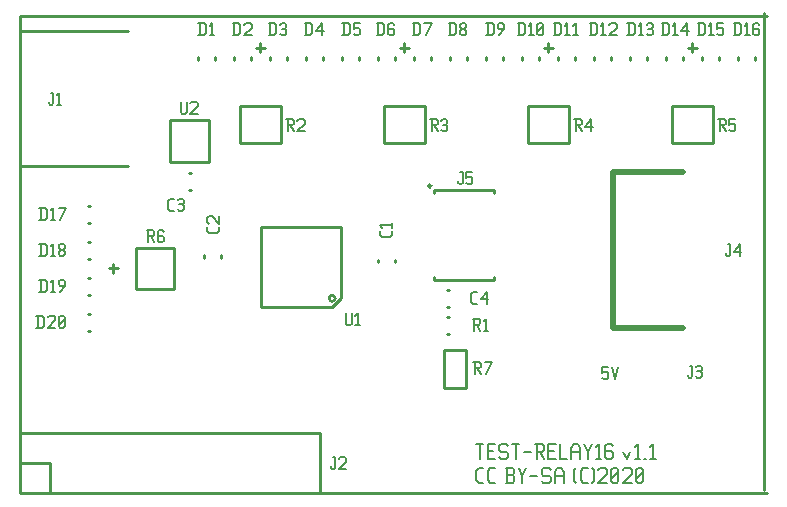
<source format=gbr>
G04 start of page 8 for group -4079 idx -4079 *
G04 Title: (unknown), topsilk *
G04 Creator: pcb 20140316 *
G04 CreationDate: Thu 05 Mar 2020 03:13:11 AM GMT UTC *
G04 For: railfan *
G04 Format: Gerber/RS-274X *
G04 PCB-Dimensions (mil): 2500.00 1600.00 *
G04 PCB-Coordinate-Origin: lower left *
%MOIN*%
%FSLAX25Y25*%
%LNTOPSILK*%
%ADD83C,0.0200*%
%ADD82C,0.0080*%
%ADD81C,0.0100*%
G54D81*X249500Y500D02*X500D01*
Y159500D02*X249500D01*
X248500Y160500D02*Y1500D01*
X79000Y149000D02*X82000D01*
X500Y500D02*Y159500D01*
X30000Y75500D02*X33000D01*
X31500Y77000D02*Y74000D01*
X80500Y150500D02*Y147500D01*
X127000Y149000D02*X130000D01*
X128500Y150500D02*Y147500D01*
X175000Y149000D02*X178000D01*
X176500Y150500D02*Y147500D01*
X223000Y149000D02*X226000D01*
X224500Y150500D02*Y147500D01*
G54D82*X152500Y16810D02*X154880D01*
X153690D02*Y12050D01*
X156308Y14668D02*X158093D01*
X156308Y12050D02*X158688D01*
X156308Y16810D02*Y12050D01*
Y16810D02*X158688D01*
X162496D02*X163091Y16215D01*
X160711Y16810D02*X162496D01*
X160116Y16215D02*X160711Y16810D01*
X160116Y16215D02*Y15025D01*
X160711Y14430D01*
X162496D01*
X163091Y13835D01*
Y12645D01*
X162496Y12050D02*X163091Y12645D01*
X160711Y12050D02*X162496D01*
X160116Y12645D02*X160711Y12050D01*
X164519Y16810D02*X166899D01*
X165709D02*Y12050D01*
X168327Y14430D02*X170707D01*
X172135Y16810D02*X174515D01*
X175110Y16215D01*
Y15025D01*
X174515Y14430D02*X175110Y15025D01*
X172730Y14430D02*X174515D01*
X172730Y16810D02*Y12050D01*
X173682Y14430D02*X175110Y12050D01*
X176538Y14668D02*X178323D01*
X176538Y12050D02*X178918D01*
X176538Y16810D02*Y12050D01*
Y16810D02*X178918D01*
X180346D02*Y12050D01*
X182726D01*
X184154Y15620D02*Y12050D01*
Y15620D02*X184987Y16810D01*
X186296D01*
X187129Y15620D01*
Y12050D01*
X184154Y14430D02*X187129D01*
X188557Y16810D02*X189747Y14430D01*
X190937Y16810D01*
X189747Y14430D02*Y12050D01*
X192365Y15858D02*X193317Y16810D01*
Y12050D01*
X192365D02*X194150D01*
X197363Y16810D02*X197958Y16215D01*
X196173Y16810D02*X197363D01*
X195578Y16215D02*X196173Y16810D01*
X195578Y16215D02*Y12645D01*
X196173Y12050D01*
X197363Y14668D02*X197958Y14073D01*
X195578Y14668D02*X197363D01*
X196173Y12050D02*X197363D01*
X197958Y12645D01*
Y14073D02*Y12645D01*
X201528Y14430D02*X202718Y12050D01*
X203908Y14430D02*X202718Y12050D01*
X205336Y15858D02*X206288Y16810D01*
Y12050D01*
X205336D02*X207121D01*
X208549D02*X209144D01*
X210572Y15858D02*X211524Y16810D01*
Y12050D01*
X210572D02*X212357D01*
X153333Y4050D02*X154880D01*
X152500Y4883D02*X153333Y4050D01*
X152500Y7977D02*Y4883D01*
Y7977D02*X153333Y8810D01*
X154880D01*
X157141Y4050D02*X158688D01*
X156308Y4883D02*X157141Y4050D01*
X156308Y7977D02*Y4883D01*
Y7977D02*X157141Y8810D01*
X158688D01*
X162258Y4050D02*X164638D01*
X165233Y4645D01*
Y6073D02*Y4645D01*
X164638Y6668D02*X165233Y6073D01*
X162853Y6668D02*X164638D01*
X162853Y8810D02*Y4050D01*
X162258Y8810D02*X164638D01*
X165233Y8215D01*
Y7263D01*
X164638Y6668D02*X165233Y7263D01*
X166661Y8810D02*X167851Y6430D01*
X169041Y8810D01*
X167851Y6430D02*Y4050D01*
X170469Y6430D02*X172849D01*
X176657Y8810D02*X177252Y8215D01*
X174872Y8810D02*X176657D01*
X174277Y8215D02*X174872Y8810D01*
X174277Y8215D02*Y7025D01*
X174872Y6430D01*
X176657D01*
X177252Y5835D01*
Y4645D01*
X176657Y4050D02*X177252Y4645D01*
X174872Y4050D02*X176657D01*
X174277Y4645D02*X174872Y4050D01*
X178680Y7620D02*Y4050D01*
Y7620D02*X179513Y8810D01*
X180822D01*
X181655Y7620D01*
Y4050D01*
X178680Y6430D02*X181655D01*
X185225Y4645D02*X185820Y4050D01*
X185225Y8215D02*X185820Y8810D01*
X185225Y8215D02*Y4645D01*
X188081Y4050D02*X189628D01*
X187248Y4883D02*X188081Y4050D01*
X187248Y7977D02*Y4883D01*
Y7977D02*X188081Y8810D01*
X189628D01*
X191056D02*X191651Y8215D01*
Y4645D01*
X191056Y4050D02*X191651Y4645D01*
X193079Y8215D02*X193674Y8810D01*
X195459D01*
X196054Y8215D01*
Y7025D01*
X193079Y4050D02*X196054Y7025D01*
X193079Y4050D02*X196054D01*
X197482Y4645D02*X198077Y4050D01*
X197482Y8215D02*Y4645D01*
Y8215D02*X198077Y8810D01*
X199267D01*
X199862Y8215D01*
Y4645D01*
X199267Y4050D02*X199862Y4645D01*
X198077Y4050D02*X199267D01*
X197482Y5240D02*X199862Y7620D01*
X201290Y8215D02*X201885Y8810D01*
X203670D01*
X204265Y8215D01*
Y7025D01*
X201290Y4050D02*X204265Y7025D01*
X201290Y4050D02*X204265D01*
X205693Y4645D02*X206288Y4050D01*
X205693Y8215D02*Y4645D01*
Y8215D02*X206288Y8810D01*
X207478D01*
X208073Y8215D01*
Y4645D01*
X207478Y4050D02*X208073Y4645D01*
X206288Y4050D02*X207478D01*
X205693Y5240D02*X208073Y7620D01*
G54D81*X138500Y101500D02*X158500D01*
Y71500D02*X138500D01*
X158500Y101500D02*Y100500D01*
Y71500D02*Y72500D01*
X138500Y71500D02*Y72500D01*
Y101500D02*Y100500D01*
X136500Y103000D02*G75*G03X136500Y103000I500J0D01*G01*
X149241Y48299D02*Y35701D01*
X141759D02*X149241D01*
X141759Y48299D02*Y35701D01*
Y48299D02*X149241D01*
X80621Y62621D02*X104479D01*
X80621Y89379D02*Y62621D01*
Y89379D02*X107379D01*
Y65521D01*
X104479Y62621D01*
X105479Y65521D02*G75*G03X105479Y65521I-1000J0D01*G01*
X125255Y78393D02*Y77607D01*
X119745Y78393D02*Y77607D01*
X142607Y68255D02*X143393D01*
X142607Y62745D02*X143393D01*
X142607Y59255D02*X143393D01*
X142607Y53745D02*X143393D01*
X500Y500D02*X100500D01*
Y20500D02*Y500D01*
X500Y20500D02*X100500D01*
X500D02*Y500D01*
X10500Y10500D02*Y500D01*
X500Y10500D02*X10500D01*
X39201Y68610D02*X51799D01*
X39201Y82390D02*Y68610D01*
Y82390D02*X51799D01*
Y68610D01*
X23107Y60255D02*X23893D01*
X23107Y54745D02*X23893D01*
X23107Y72255D02*X23893D01*
X23107Y66745D02*X23893D01*
X67255Y79893D02*Y79107D01*
X61745Y79893D02*Y79107D01*
X500Y154500D02*Y109500D01*
Y154500D02*X36500D01*
X500Y109500D02*X36500D01*
X23107Y84255D02*X23893D01*
X23107Y78745D02*X23893D01*
X23107Y96255D02*X23893D01*
X23107Y90745D02*X23893D01*
X56650Y101745D02*X57436D01*
X56650Y107255D02*X57436D01*
X50500Y125000D02*Y111100D01*
X63300D01*
Y125000D01*
X50500D01*
X73610Y129799D02*Y117201D01*
Y129799D02*X87390D01*
Y117201D01*
X73610D02*X87390D01*
X65255Y145893D02*Y145107D01*
X59745Y145893D02*Y145107D01*
X77255Y145893D02*Y145107D01*
X71745Y145893D02*Y145107D01*
X89255Y145893D02*Y145107D01*
X83745Y145893D02*Y145107D01*
X101255Y145893D02*Y145107D01*
X95745Y145893D02*Y145107D01*
X113255Y145893D02*Y145107D01*
X107745Y145893D02*Y145107D01*
X125255Y145893D02*Y145107D01*
X119745Y145893D02*Y145107D01*
X121610Y129799D02*Y117201D01*
Y129799D02*X135390D01*
Y117201D01*
X121610D02*X135390D01*
X169610Y129799D02*Y117201D01*
Y129799D02*X183390D01*
Y117201D01*
X169610D02*X183390D01*
X137255Y145893D02*Y145107D01*
X131745Y145893D02*Y145107D01*
X149255Y145893D02*Y145107D01*
X143745Y145893D02*Y145107D01*
X161255Y145893D02*Y145107D01*
X155745Y145893D02*Y145107D01*
X173255Y145893D02*Y145107D01*
X167745Y145893D02*Y145107D01*
X185255Y145893D02*Y145107D01*
X179745Y145893D02*Y145107D01*
X197255Y145893D02*Y145107D01*
X191745Y145893D02*Y145107D01*
X209255Y145893D02*Y145107D01*
X203745Y145893D02*Y145107D01*
X221255Y145893D02*Y145107D01*
X215745Y145893D02*Y145107D01*
X233255Y145893D02*Y145107D01*
X227745Y145893D02*Y145107D01*
X245255Y145893D02*Y145107D01*
X239745Y145893D02*Y145107D01*
X217610Y129799D02*Y117201D01*
Y129799D02*X231390D01*
Y117201D01*
X217610D02*X231390D01*
G54D83*X198200Y107500D02*X221500D01*
X198200Y55500D02*X221500D01*
X198200Y107500D02*Y55500D01*
G54D82*X147200Y107500D02*X148000D01*
Y104000D01*
X147500Y103500D02*X148000Y104000D01*
X147000Y103500D02*X147500D01*
X146500Y104000D02*X147000Y103500D01*
X146500Y104500D02*Y104000D01*
X149200Y107500D02*X151200D01*
X149200D02*Y105500D01*
X149700Y106000D01*
X150700D01*
X151200Y105500D01*
Y104000D01*
X150700Y103500D02*X151200Y104000D01*
X149700Y103500D02*X150700D01*
X149200Y104000D02*X149700Y103500D01*
X124350Y87807D02*Y86507D01*
X123650Y85807D02*X124350Y86507D01*
X121050Y85807D02*X123650D01*
X121050D02*X120350Y86507D01*
Y87807D02*Y86507D01*
X121150Y89007D02*X120350Y89807D01*
X124350D01*
Y90507D02*Y89007D01*
X137152Y125224D02*X139152D01*
X139652Y124724D01*
Y123724D01*
X139152Y123224D02*X139652Y123724D01*
X137652Y123224D02*X139152D01*
X137652Y125224D02*Y121224D01*
X138452Y123224D02*X139652Y121224D01*
X140852Y124724D02*X141352Y125224D01*
X142352D01*
X142852Y124724D01*
X142352Y121224D02*X142852Y121724D01*
X141352Y121224D02*X142352D01*
X140852Y121724D02*X141352Y121224D01*
Y123424D02*X142352D01*
X142852Y124724D02*Y123924D01*
Y122924D02*Y121724D01*
Y122924D02*X142352Y123424D01*
X142852Y123924D02*X142352Y123424D01*
X185152Y125224D02*X187152D01*
X187652Y124724D01*
Y123724D01*
X187152Y123224D02*X187652Y123724D01*
X185652Y123224D02*X187152D01*
X185652Y125224D02*Y121224D01*
X186452Y123224D02*X187652Y121224D01*
X188852Y122724D02*X190852Y125224D01*
X188852Y122724D02*X191352D01*
X190852Y125224D02*Y121224D01*
X233152Y125224D02*X235152D01*
X235652Y124724D01*
Y123724D01*
X235152Y123224D02*X235652Y123724D01*
X233652Y123224D02*X235152D01*
X233652Y125224D02*Y121224D01*
X234452Y123224D02*X235652Y121224D01*
X236852Y125224D02*X238852D01*
X236852D02*Y123224D01*
X237352Y123724D01*
X238352D01*
X238852Y123224D01*
Y121724D01*
X238352Y121224D02*X238852Y121724D01*
X237352Y121224D02*X238352D01*
X236852Y121724D02*X237352Y121224D01*
X236357Y83500D02*X237157D01*
Y80000D01*
X236657Y79500D02*X237157Y80000D01*
X236157Y79500D02*X236657D01*
X235657Y80000D02*X236157Y79500D01*
X235657Y80500D02*Y80000D01*
X238357Y81000D02*X240357Y83500D01*
X238357Y81000D02*X240857D01*
X240357Y83500D02*Y79500D01*
X223700Y43000D02*X224500D01*
Y39500D01*
X224000Y39000D02*X224500Y39500D01*
X223500Y39000D02*X224000D01*
X223000Y39500D02*X223500Y39000D01*
X223000Y40000D02*Y39500D01*
X225700Y42500D02*X226200Y43000D01*
X227200D01*
X227700Y42500D01*
X227200Y39000D02*X227700Y39500D01*
X226200Y39000D02*X227200D01*
X225700Y39500D02*X226200Y39000D01*
Y41200D02*X227200D01*
X227700Y42500D02*Y41700D01*
Y40700D02*Y39500D01*
Y40700D02*X227200Y41200D01*
X227700Y41700D02*X227200Y41200D01*
X194500Y42500D02*X196500D01*
X194500D02*Y40500D01*
X195000Y41000D01*
X196000D01*
X196500Y40500D01*
Y39000D01*
X196000Y38500D02*X196500Y39000D01*
X195000Y38500D02*X196000D01*
X194500Y39000D02*X195000Y38500D01*
X197700Y42500D02*X198700Y38500D01*
X199700Y42500D01*
X151577Y44227D02*X153577D01*
X154077Y43727D01*
Y42727D01*
X153577Y42227D02*X154077Y42727D01*
X152077Y42227D02*X153577D01*
X152077Y44227D02*Y40227D01*
X152877Y42227D02*X154077Y40227D01*
X155777D02*X157777Y44227D01*
X155277D02*X157777D01*
X109000Y60500D02*Y57000D01*
X109500Y56500D01*
X110500D01*
X111000Y57000D01*
Y60500D02*Y57000D01*
X112200Y59700D02*X113000Y60500D01*
Y56500D01*
X112200D02*X113700D01*
X104700Y12500D02*X105500D01*
Y9000D01*
X105000Y8500D02*X105500Y9000D01*
X104500Y8500D02*X105000D01*
X104000Y9000D02*X104500Y8500D01*
X104000Y9500D02*Y9000D01*
X106700Y12000D02*X107200Y12500D01*
X108700D01*
X109200Y12000D01*
Y11000D01*
X106700Y8500D02*X109200Y11000D01*
X106700Y8500D02*X109200D01*
X151550Y63650D02*X152850D01*
X150850Y64350D02*X151550Y63650D01*
X150850Y66950D02*Y64350D01*
Y66950D02*X151550Y67650D01*
X152850D01*
X154050Y65150D02*X156050Y67650D01*
X154050Y65150D02*X156550D01*
X156050Y67650D02*Y63650D01*
X151350Y58650D02*X153350D01*
X153850Y58150D01*
Y57150D01*
X153350Y56650D02*X153850Y57150D01*
X151850Y56650D02*X153350D01*
X151850Y58650D02*Y54650D01*
X152650Y56650D02*X153850Y54650D01*
X155050Y57850D02*X155850Y58650D01*
Y54650D01*
X155050D02*X156550D01*
X50507Y94650D02*X51807D01*
X49807Y95350D02*X50507Y94650D01*
X49807Y97950D02*Y95350D01*
Y97950D02*X50507Y98650D01*
X51807D01*
X53007Y98150D02*X53507Y98650D01*
X54507D01*
X55007Y98150D01*
X54507Y94650D02*X55007Y95150D01*
X53507Y94650D02*X54507D01*
X53007Y95150D02*X53507Y94650D01*
Y96850D02*X54507D01*
X55007Y98150D02*Y97350D01*
Y96350D02*Y95150D01*
Y96350D02*X54507Y96850D01*
X55007Y97350D02*X54507Y96850D01*
X54000Y131000D02*Y127500D01*
X54500Y127000D01*
X55500D01*
X56000Y127500D01*
Y131000D02*Y127500D01*
X57200Y130500D02*X57700Y131000D01*
X59200D01*
X59700Y130500D01*
Y129500D01*
X57200Y127000D02*X59700Y129500D01*
X57200Y127000D02*X59700D01*
X10700Y134000D02*X11500D01*
Y130500D01*
X11000Y130000D02*X11500Y130500D01*
X10500Y130000D02*X11000D01*
X10000Y130500D02*X10500Y130000D01*
X10000Y131000D02*Y130500D01*
X12700Y133200D02*X13500Y134000D01*
Y130000D01*
X12700D02*X14200D01*
X89152Y125224D02*X91152D01*
X91652Y124724D01*
Y123724D01*
X91152Y123224D02*X91652Y123724D01*
X89652Y123224D02*X91152D01*
X89652Y125224D02*Y121224D01*
X90452Y123224D02*X91652Y121224D01*
X92852Y124724D02*X93352Y125224D01*
X94852D01*
X95352Y124724D01*
Y123724D01*
X92852Y121224D02*X95352Y123724D01*
X92852Y121224D02*X95352D01*
X42652Y88224D02*X44652D01*
X45152Y87724D01*
Y86724D01*
X44652Y86224D02*X45152Y86724D01*
X43152Y86224D02*X44652D01*
X43152Y88224D02*Y84224D01*
X43952Y86224D02*X45152Y84224D01*
X47852Y88224D02*X48352Y87724D01*
X46852Y88224D02*X47852D01*
X46352Y87724D02*X46852Y88224D01*
X46352Y87724D02*Y84724D01*
X46852Y84224D01*
X47852Y86424D02*X48352Y85924D01*
X46352Y86424D02*X47852D01*
X46852Y84224D02*X47852D01*
X48352Y84724D01*
Y85924D02*Y84724D01*
X66850Y89264D02*Y87964D01*
X66150Y87264D02*X66850Y87964D01*
X63550Y87264D02*X66150D01*
X63550D02*X62850Y87964D01*
Y89264D02*Y87964D01*
X63350Y90464D02*X62850Y90964D01*
Y92464D02*Y90964D01*
Y92464D02*X63350Y92964D01*
X64350D01*
X66850Y90464D02*X64350Y92964D01*
X66850D02*Y90464D01*
X6393Y59693D02*Y55693D01*
X7693Y59693D02*X8393Y58993D01*
Y56393D01*
X7693Y55693D02*X8393Y56393D01*
X5893Y55693D02*X7693D01*
X5893Y59693D02*X7693D01*
X9593Y59193D02*X10093Y59693D01*
X11593D01*
X12093Y59193D01*
Y58193D01*
X9593Y55693D02*X12093Y58193D01*
X9593Y55693D02*X12093D01*
X13293Y56193D02*X13793Y55693D01*
X13293Y59193D02*Y56193D01*
Y59193D02*X13793Y59693D01*
X14793D01*
X15293Y59193D01*
Y56193D01*
X14793Y55693D02*X15293Y56193D01*
X13793Y55693D02*X14793D01*
X13293Y56693D02*X15293Y58693D01*
X7393Y71693D02*Y67693D01*
X8693Y71693D02*X9393Y70993D01*
Y68393D01*
X8693Y67693D02*X9393Y68393D01*
X6893Y67693D02*X8693D01*
X6893Y71693D02*X8693D01*
X10593Y70893D02*X11393Y71693D01*
Y67693D01*
X10593D02*X12093D01*
X13793D02*X15293Y69693D01*
Y71193D02*Y69693D01*
X14793Y71693D02*X15293Y71193D01*
X13793Y71693D02*X14793D01*
X13293Y71193D02*X13793Y71693D01*
X13293Y71193D02*Y70193D01*
X13793Y69693D01*
X15293D01*
X7393Y83693D02*Y79693D01*
X8693Y83693D02*X9393Y82993D01*
Y80393D01*
X8693Y79693D02*X9393Y80393D01*
X6893Y79693D02*X8693D01*
X6893Y83693D02*X8693D01*
X10593Y82893D02*X11393Y83693D01*
Y79693D01*
X10593D02*X12093D01*
X13293Y80193D02*X13793Y79693D01*
X13293Y80993D02*Y80193D01*
Y80993D02*X13993Y81693D01*
X14593D01*
X15293Y80993D01*
Y80193D01*
X14793Y79693D02*X15293Y80193D01*
X13793Y79693D02*X14793D01*
X13293Y82393D02*X13993Y81693D01*
X13293Y83193D02*Y82393D01*
Y83193D02*X13793Y83693D01*
X14793D01*
X15293Y83193D01*
Y82393D01*
X14593Y81693D02*X15293Y82393D01*
X7393Y95693D02*Y91693D01*
X8693Y95693D02*X9393Y94993D01*
Y92393D01*
X8693Y91693D02*X9393Y92393D01*
X6893Y91693D02*X8693D01*
X6893Y95693D02*X8693D01*
X10593Y94893D02*X11393Y95693D01*
Y91693D01*
X10593D02*X12093D01*
X13793D02*X15793Y95693D01*
X13293D02*X15793D01*
X60393Y157193D02*Y153193D01*
X61693Y157193D02*X62393Y156493D01*
Y153893D01*
X61693Y153193D02*X62393Y153893D01*
X59893Y153193D02*X61693D01*
X59893Y157193D02*X61693D01*
X63593Y156393D02*X64393Y157193D01*
Y153193D01*
X63593D02*X65093D01*
X71893Y157193D02*Y153193D01*
X73193Y157193D02*X73893Y156493D01*
Y153893D01*
X73193Y153193D02*X73893Y153893D01*
X71393Y153193D02*X73193D01*
X71393Y157193D02*X73193D01*
X75093Y156693D02*X75593Y157193D01*
X77093D01*
X77593Y156693D01*
Y155693D01*
X75093Y153193D02*X77593Y155693D01*
X75093Y153193D02*X77593D01*
X83893Y157193D02*Y153193D01*
X85193Y157193D02*X85893Y156493D01*
Y153893D01*
X85193Y153193D02*X85893Y153893D01*
X83393Y153193D02*X85193D01*
X83393Y157193D02*X85193D01*
X87093Y156693D02*X87593Y157193D01*
X88593D01*
X89093Y156693D01*
X88593Y153193D02*X89093Y153693D01*
X87593Y153193D02*X88593D01*
X87093Y153693D02*X87593Y153193D01*
Y155393D02*X88593D01*
X89093Y156693D02*Y155893D01*
Y154893D02*Y153693D01*
Y154893D02*X88593Y155393D01*
X89093Y155893D02*X88593Y155393D01*
X95893Y157193D02*Y153193D01*
X97193Y157193D02*X97893Y156493D01*
Y153893D01*
X97193Y153193D02*X97893Y153893D01*
X95393Y153193D02*X97193D01*
X95393Y157193D02*X97193D01*
X99093Y154693D02*X101093Y157193D01*
X99093Y154693D02*X101593D01*
X101093Y157193D02*Y153193D01*
X108393Y157193D02*Y153193D01*
X109693Y157193D02*X110393Y156493D01*
Y153893D01*
X109693Y153193D02*X110393Y153893D01*
X107893Y153193D02*X109693D01*
X107893Y157193D02*X109693D01*
X111593D02*X113593D01*
X111593D02*Y155193D01*
X112093Y155693D01*
X113093D01*
X113593Y155193D01*
Y153693D01*
X113093Y153193D02*X113593Y153693D01*
X112093Y153193D02*X113093D01*
X111593Y153693D02*X112093Y153193D01*
X119893Y157193D02*Y153193D01*
X121193Y157193D02*X121893Y156493D01*
Y153893D01*
X121193Y153193D02*X121893Y153893D01*
X119393Y153193D02*X121193D01*
X119393Y157193D02*X121193D01*
X124593D02*X125093Y156693D01*
X123593Y157193D02*X124593D01*
X123093Y156693D02*X123593Y157193D01*
X123093Y156693D02*Y153693D01*
X123593Y153193D01*
X124593Y155393D02*X125093Y154893D01*
X123093Y155393D02*X124593D01*
X123593Y153193D02*X124593D01*
X125093Y153693D01*
Y154893D02*Y153693D01*
X131893Y157193D02*Y153193D01*
X133193Y157193D02*X133893Y156493D01*
Y153893D01*
X133193Y153193D02*X133893Y153893D01*
X131393Y153193D02*X133193D01*
X131393Y157193D02*X133193D01*
X135593Y153193D02*X137593Y157193D01*
X135093D02*X137593D01*
X143893D02*Y153193D01*
X145193Y157193D02*X145893Y156493D01*
Y153893D01*
X145193Y153193D02*X145893Y153893D01*
X143393Y153193D02*X145193D01*
X143393Y157193D02*X145193D01*
X147093Y153693D02*X147593Y153193D01*
X147093Y154493D02*Y153693D01*
Y154493D02*X147793Y155193D01*
X148393D01*
X149093Y154493D01*
Y153693D01*
X148593Y153193D02*X149093Y153693D01*
X147593Y153193D02*X148593D01*
X147093Y155893D02*X147793Y155193D01*
X147093Y156693D02*Y155893D01*
Y156693D02*X147593Y157193D01*
X148593D01*
X149093Y156693D01*
Y155893D01*
X148393Y155193D02*X149093Y155893D01*
X156393Y157193D02*Y153193D01*
X157693Y157193D02*X158393Y156493D01*
Y153893D01*
X157693Y153193D02*X158393Y153893D01*
X155893Y153193D02*X157693D01*
X155893Y157193D02*X157693D01*
X160093Y153193D02*X161593Y155193D01*
Y156693D02*Y155193D01*
X161093Y157193D02*X161593Y156693D01*
X160093Y157193D02*X161093D01*
X159593Y156693D02*X160093Y157193D01*
X159593Y156693D02*Y155693D01*
X160093Y155193D01*
X161593D01*
X166893Y157193D02*Y153193D01*
X168193Y157193D02*X168893Y156493D01*
Y153893D01*
X168193Y153193D02*X168893Y153893D01*
X166393Y153193D02*X168193D01*
X166393Y157193D02*X168193D01*
X170093Y156393D02*X170893Y157193D01*
Y153193D01*
X170093D02*X171593D01*
X172793Y153693D02*X173293Y153193D01*
X172793Y156693D02*Y153693D01*
Y156693D02*X173293Y157193D01*
X174293D01*
X174793Y156693D01*
Y153693D01*
X174293Y153193D02*X174793Y153693D01*
X173293Y153193D02*X174293D01*
X172793Y154193D02*X174793Y156193D01*
X178893Y157193D02*Y153193D01*
X180193Y157193D02*X180893Y156493D01*
Y153893D01*
X180193Y153193D02*X180893Y153893D01*
X178393Y153193D02*X180193D01*
X178393Y157193D02*X180193D01*
X182093Y156393D02*X182893Y157193D01*
Y153193D01*
X182093D02*X183593D01*
X184793Y156393D02*X185593Y157193D01*
Y153193D01*
X184793D02*X186293D01*
X190893Y157193D02*Y153193D01*
X192193Y157193D02*X192893Y156493D01*
Y153893D01*
X192193Y153193D02*X192893Y153893D01*
X190393Y153193D02*X192193D01*
X190393Y157193D02*X192193D01*
X194093Y156393D02*X194893Y157193D01*
Y153193D01*
X194093D02*X195593D01*
X196793Y156693D02*X197293Y157193D01*
X198793D01*
X199293Y156693D01*
Y155693D01*
X196793Y153193D02*X199293Y155693D01*
X196793Y153193D02*X199293D01*
X203393Y157193D02*Y153193D01*
X204693Y157193D02*X205393Y156493D01*
Y153893D01*
X204693Y153193D02*X205393Y153893D01*
X202893Y153193D02*X204693D01*
X202893Y157193D02*X204693D01*
X206593Y156393D02*X207393Y157193D01*
Y153193D01*
X206593D02*X208093D01*
X209293Y156693D02*X209793Y157193D01*
X210793D01*
X211293Y156693D01*
X210793Y153193D02*X211293Y153693D01*
X209793Y153193D02*X210793D01*
X209293Y153693D02*X209793Y153193D01*
Y155393D02*X210793D01*
X211293Y156693D02*Y155893D01*
Y154893D02*Y153693D01*
Y154893D02*X210793Y155393D01*
X211293Y155893D02*X210793Y155393D01*
X214893Y157193D02*Y153193D01*
X216193Y157193D02*X216893Y156493D01*
Y153893D01*
X216193Y153193D02*X216893Y153893D01*
X214393Y153193D02*X216193D01*
X214393Y157193D02*X216193D01*
X218093Y156393D02*X218893Y157193D01*
Y153193D01*
X218093D02*X219593D01*
X220793Y154693D02*X222793Y157193D01*
X220793Y154693D02*X223293D01*
X222793Y157193D02*Y153193D01*
X226893Y157193D02*Y153193D01*
X228193Y157193D02*X228893Y156493D01*
Y153893D01*
X228193Y153193D02*X228893Y153893D01*
X226393Y153193D02*X228193D01*
X226393Y157193D02*X228193D01*
X230093Y156393D02*X230893Y157193D01*
Y153193D01*
X230093D02*X231593D01*
X232793Y157193D02*X234793D01*
X232793D02*Y155193D01*
X233293Y155693D01*
X234293D01*
X234793Y155193D01*
Y153693D01*
X234293Y153193D02*X234793Y153693D01*
X233293Y153193D02*X234293D01*
X232793Y153693D02*X233293Y153193D01*
X238893Y157193D02*Y153193D01*
X240193Y157193D02*X240893Y156493D01*
Y153893D01*
X240193Y153193D02*X240893Y153893D01*
X238393Y153193D02*X240193D01*
X238393Y157193D02*X240193D01*
X242093Y156393D02*X242893Y157193D01*
Y153193D01*
X242093D02*X243593D01*
X246293Y157193D02*X246793Y156693D01*
X245293Y157193D02*X246293D01*
X244793Y156693D02*X245293Y157193D01*
X244793Y156693D02*Y153693D01*
X245293Y153193D01*
X246293Y155393D02*X246793Y154893D01*
X244793Y155393D02*X246293D01*
X245293Y153193D02*X246293D01*
X246793Y153693D01*
Y154893D02*Y153693D01*
M02*

</source>
